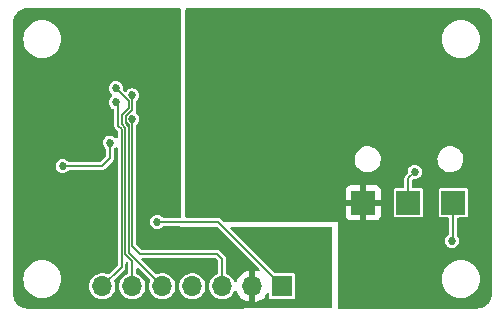
<source format=gbl>
G04 #@! TF.GenerationSoftware,KiCad,Pcbnew,7.0.8*
G04 #@! TF.CreationDate,2023-10-22T22:17:52-07:00*
G04 #@! TF.ProjectId,PCM510xA_I2S_DAC,50434d35-3130-4784-915f-4932535f4441,0.0.2*
G04 #@! TF.SameCoordinates,Original*
G04 #@! TF.FileFunction,Copper,L2,Bot*
G04 #@! TF.FilePolarity,Positive*
%FSLAX46Y46*%
G04 Gerber Fmt 4.6, Leading zero omitted, Abs format (unit mm)*
G04 Created by KiCad (PCBNEW 7.0.8) date 2023-10-22 22:17:52*
%MOMM*%
%LPD*%
G01*
G04 APERTURE LIST*
G04 #@! TA.AperFunction,ComponentPad*
%ADD10R,1.700000X1.700000*%
G04 #@! TD*
G04 #@! TA.AperFunction,ComponentPad*
%ADD11O,1.700000X1.700000*%
G04 #@! TD*
G04 #@! TA.AperFunction,SMDPad,CuDef*
%ADD12R,2.000000X2.000000*%
G04 #@! TD*
G04 #@! TA.AperFunction,ViaPad*
%ADD13C,0.685800*%
G04 #@! TD*
G04 #@! TA.AperFunction,Conductor*
%ADD14C,0.152400*%
G04 #@! TD*
G04 APERTURE END LIST*
D10*
X139700000Y-114665129D03*
D11*
X137160000Y-114665129D03*
X134620000Y-114665129D03*
X132080000Y-114665129D03*
X129540000Y-114665129D03*
X127000000Y-114665129D03*
X124460000Y-114665129D03*
D12*
X154178000Y-107578129D03*
X150368000Y-107578129D03*
X146558000Y-107578129D03*
D13*
X143100000Y-110300000D03*
X124540000Y-111520000D03*
X117800000Y-105000000D03*
X122000000Y-92000000D03*
X118000000Y-96100000D03*
X130200000Y-92000000D03*
X124290000Y-98480000D03*
X122000000Y-115800000D03*
X118000000Y-110800000D03*
X129090000Y-107230000D03*
X143100000Y-115800000D03*
X150901400Y-104987329D03*
X154051000Y-110803929D03*
X121100000Y-104500000D03*
X125100000Y-102500000D03*
X127000000Y-98500000D03*
X125600000Y-97900000D03*
X125600000Y-99100000D03*
X127000000Y-100500000D03*
X150900000Y-115800000D03*
X145400000Y-104900000D03*
X156100000Y-96100000D03*
X150900000Y-92000000D03*
X145400000Y-110300000D03*
X143600000Y-96100000D03*
X145400000Y-115800000D03*
X139600000Y-92000000D03*
X145400000Y-92000000D03*
X139600000Y-104900000D03*
X132300000Y-92000000D03*
X156000000Y-105000000D03*
X156000000Y-110800000D03*
X129100000Y-109200000D03*
D14*
X150368000Y-105520729D02*
X150901400Y-104987329D01*
X150368000Y-107578129D02*
X150368000Y-105520729D01*
X154051000Y-110803929D02*
X154178000Y-110676929D01*
X154178000Y-110676929D02*
X154178000Y-107578129D01*
X123200000Y-104500000D02*
X121200000Y-104500000D01*
X125100000Y-102500000D02*
X125100000Y-103800000D01*
X125100000Y-103800000D02*
X124400000Y-104500000D01*
X124400000Y-104500000D02*
X123200000Y-104500000D01*
X126428500Y-100828500D02*
X126650000Y-101050000D01*
X126428500Y-100500000D02*
X126428500Y-100736724D01*
X126428500Y-100736724D02*
X126695200Y-101003424D01*
X126991776Y-99700000D02*
X126428500Y-100263276D01*
X126428500Y-100500000D02*
X126428500Y-100828500D01*
X126695200Y-101003424D02*
X126695200Y-111820329D01*
X126428500Y-100263276D02*
X126428500Y-100500000D01*
X127000000Y-99700000D02*
X126991776Y-99700000D01*
X127000000Y-98500000D02*
X127000000Y-99700000D01*
X126695200Y-111820329D02*
X129540000Y-114665129D01*
X126390400Y-111946582D02*
X127000000Y-112556182D01*
X126390400Y-101221452D02*
X126390400Y-111946582D01*
X126695200Y-99565524D02*
X126123700Y-100137024D01*
X127000000Y-112556182D02*
X127000000Y-114665129D01*
X125600000Y-97900000D02*
X125600000Y-97908224D01*
X126123700Y-100954752D02*
X126390400Y-101221452D01*
X125600000Y-97908224D02*
X126695200Y-99003424D01*
X126695200Y-99003424D02*
X126695200Y-99565524D01*
X126123700Y-100137024D02*
X126123700Y-100954752D01*
X126085600Y-101347704D02*
X125818900Y-101081004D01*
X125818900Y-101081004D02*
X125818900Y-99318900D01*
X125818900Y-99318900D02*
X125600000Y-99100000D01*
X126085600Y-113039529D02*
X126085600Y-101347704D01*
X124460000Y-114665129D02*
X126085600Y-113039529D01*
X134200000Y-111900000D02*
X127612152Y-111900000D01*
X127000000Y-111287848D02*
X127000000Y-100500000D01*
X127612152Y-111900000D02*
X127000000Y-111287848D01*
X134620000Y-112320000D02*
X134200000Y-111900000D01*
X134620000Y-114665129D02*
X134620000Y-112320000D01*
X139700000Y-114665129D02*
X134234871Y-109200000D01*
X129100000Y-109200000D02*
X129200000Y-109200000D01*
X134234871Y-109200000D02*
X129100000Y-109200000D01*
G04 #@! TA.AperFunction,Conductor*
G36*
X156212255Y-91118651D02*
G01*
X156390899Y-91132714D01*
X156410116Y-91135758D01*
X156493679Y-91155820D01*
X156577246Y-91175884D01*
X156595739Y-91181892D01*
X156754539Y-91247671D01*
X156771871Y-91256502D01*
X156918418Y-91346306D01*
X156934158Y-91357741D01*
X157064853Y-91469363D01*
X157078611Y-91483121D01*
X157190236Y-91613812D01*
X157201672Y-91629552D01*
X157291479Y-91776093D01*
X157300313Y-91793429D01*
X157366090Y-91952213D01*
X157372104Y-91970717D01*
X157411463Y-92134629D01*
X157412236Y-92137846D01*
X157415280Y-92157063D01*
X157429309Y-92335208D01*
X157429500Y-92340058D01*
X157429500Y-115294282D01*
X157429498Y-115294300D01*
X157429499Y-115322699D01*
X157429308Y-115327564D01*
X157415258Y-115506203D01*
X157412215Y-115525423D01*
X157372098Y-115692551D01*
X157366087Y-115711051D01*
X157300317Y-115869847D01*
X157291487Y-115887178D01*
X157201683Y-116033730D01*
X157190246Y-116049473D01*
X157078626Y-116180165D01*
X157064866Y-116193925D01*
X156934171Y-116305548D01*
X156918428Y-116316985D01*
X156771886Y-116406783D01*
X156754548Y-116415617D01*
X156595757Y-116481386D01*
X156577249Y-116487399D01*
X156410124Y-116527515D01*
X156390905Y-116530558D01*
X156212292Y-116544606D01*
X156207425Y-116544797D01*
X156168772Y-116544795D01*
X156168758Y-116544798D01*
X144523000Y-116544798D01*
X144455961Y-116525113D01*
X144410206Y-116472309D01*
X144399000Y-116420798D01*
X144399000Y-114055129D01*
X153207551Y-114055129D01*
X153227317Y-114306280D01*
X153286126Y-114551239D01*
X153382533Y-114783988D01*
X153514160Y-114998782D01*
X153514161Y-114998785D01*
X153514164Y-114998788D01*
X153677776Y-115190353D01*
X153826066Y-115317004D01*
X153869343Y-115353967D01*
X153869346Y-115353968D01*
X154084140Y-115485595D01*
X154316889Y-115582002D01*
X154561852Y-115640812D01*
X154717950Y-115653097D01*
X154750116Y-115655629D01*
X154750118Y-115655629D01*
X154875884Y-115655629D01*
X154905518Y-115653296D01*
X155064148Y-115640812D01*
X155309111Y-115582002D01*
X155541859Y-115485595D01*
X155756659Y-115353965D01*
X155948224Y-115190353D01*
X156111836Y-114998788D01*
X156243466Y-114783988D01*
X156339873Y-114551240D01*
X156398683Y-114306277D01*
X156418449Y-114055129D01*
X156398683Y-113803981D01*
X156339873Y-113559018D01*
X156243466Y-113326270D01*
X156243466Y-113326269D01*
X156111839Y-113111475D01*
X156111838Y-113111472D01*
X156074875Y-113068195D01*
X155948224Y-112919905D01*
X155821571Y-112811733D01*
X155756656Y-112756290D01*
X155756653Y-112756289D01*
X155541859Y-112624662D01*
X155309110Y-112528255D01*
X155064150Y-112469446D01*
X154875884Y-112454629D01*
X154875882Y-112454629D01*
X154750118Y-112454629D01*
X154750116Y-112454629D01*
X154561849Y-112469446D01*
X154316889Y-112528255D01*
X154084140Y-112624662D01*
X153869346Y-112756289D01*
X153869343Y-112756290D01*
X153677776Y-112919905D01*
X153514161Y-113111472D01*
X153514160Y-113111475D01*
X153382533Y-113326269D01*
X153286126Y-113559018D01*
X153227317Y-113803977D01*
X153207551Y-114055129D01*
X144399000Y-114055129D01*
X144399000Y-109229129D01*
X134783042Y-109229129D01*
X134716003Y-109209444D01*
X134695361Y-109192810D01*
X134480840Y-108978289D01*
X134477190Y-108974306D01*
X134450720Y-108942761D01*
X134415067Y-108922176D01*
X134410519Y-108919279D01*
X134376787Y-108895660D01*
X134376785Y-108895659D01*
X134376783Y-108895658D01*
X134372589Y-108893702D01*
X134354075Y-108886033D01*
X134349723Y-108884449D01*
X134309181Y-108877300D01*
X134303899Y-108876129D01*
X134264137Y-108865475D01*
X134231969Y-108868290D01*
X134223122Y-108869064D01*
X134217722Y-108869300D01*
X131615000Y-108869300D01*
X131547961Y-108849615D01*
X131502206Y-108796811D01*
X131491000Y-108745300D01*
X131491000Y-107828129D01*
X145058000Y-107828129D01*
X145058000Y-108625973D01*
X145064401Y-108685501D01*
X145064403Y-108685508D01*
X145114645Y-108820215D01*
X145114649Y-108820222D01*
X145200809Y-108935316D01*
X145200812Y-108935319D01*
X145315906Y-109021479D01*
X145315913Y-109021483D01*
X145450620Y-109071725D01*
X145450627Y-109071727D01*
X145510155Y-109078128D01*
X145510172Y-109078129D01*
X146308000Y-109078129D01*
X146308000Y-107828129D01*
X146808000Y-107828129D01*
X146808000Y-109078129D01*
X147605828Y-109078129D01*
X147605844Y-109078128D01*
X147665372Y-109071727D01*
X147665379Y-109071725D01*
X147800086Y-109021483D01*
X147800093Y-109021479D01*
X147915187Y-108935319D01*
X147915190Y-108935316D01*
X148001350Y-108820222D01*
X148001354Y-108820215D01*
X148051596Y-108685508D01*
X148051598Y-108685501D01*
X148057999Y-108625973D01*
X148058000Y-108625956D01*
X148058000Y-108603192D01*
X149113500Y-108603192D01*
X149128266Y-108677430D01*
X149184515Y-108761613D01*
X149218234Y-108784143D01*
X149268699Y-108817863D01*
X149268702Y-108817863D01*
X149268703Y-108817864D01*
X149293666Y-108822829D01*
X149342933Y-108832629D01*
X151393066Y-108832628D01*
X151467301Y-108817863D01*
X151551484Y-108761613D01*
X151607734Y-108677430D01*
X151622500Y-108603196D01*
X151622500Y-108603192D01*
X152923500Y-108603192D01*
X152938266Y-108677430D01*
X152994515Y-108761613D01*
X153028234Y-108784143D01*
X153078699Y-108817863D01*
X153078702Y-108817863D01*
X153078703Y-108817864D01*
X153103666Y-108822829D01*
X153152933Y-108832629D01*
X153723300Y-108832628D01*
X153790339Y-108852312D01*
X153836094Y-108905116D01*
X153847300Y-108956628D01*
X153847300Y-110158828D01*
X153827615Y-110225867D01*
X153774811Y-110271622D01*
X153770755Y-110273388D01*
X153749724Y-110282099D01*
X153624929Y-110377858D01*
X153529171Y-110502652D01*
X153468978Y-110647972D01*
X153468977Y-110647976D01*
X153448445Y-110803929D01*
X153458726Y-110882023D01*
X153468977Y-110959881D01*
X153468978Y-110959885D01*
X153529170Y-111105204D01*
X153529171Y-111105206D01*
X153529172Y-111105207D01*
X153624929Y-111230000D01*
X153749722Y-111325757D01*
X153895047Y-111385952D01*
X154032855Y-111404095D01*
X154050999Y-111406484D01*
X154051000Y-111406484D01*
X154051001Y-111406484D01*
X154067253Y-111404344D01*
X154206953Y-111385952D01*
X154352278Y-111325757D01*
X154477071Y-111230000D01*
X154572828Y-111105207D01*
X154633023Y-110959882D01*
X154653555Y-110803929D01*
X154633023Y-110647976D01*
X154572828Y-110502652D01*
X154534323Y-110452470D01*
X154509130Y-110387301D01*
X154508700Y-110376985D01*
X154508700Y-108956628D01*
X154528385Y-108889589D01*
X154581189Y-108843834D01*
X154632700Y-108832628D01*
X155203064Y-108832628D01*
X155203066Y-108832628D01*
X155277301Y-108817863D01*
X155361484Y-108761613D01*
X155417734Y-108677430D01*
X155432500Y-108603196D01*
X155432499Y-106553063D01*
X155417734Y-106478828D01*
X155399068Y-106450894D01*
X155361484Y-106394644D01*
X155311019Y-106360925D01*
X155277301Y-106338395D01*
X155277299Y-106338394D01*
X155277296Y-106338393D01*
X155203069Y-106323629D01*
X153152936Y-106323629D01*
X153078698Y-106338395D01*
X152994515Y-106394644D01*
X152938266Y-106478828D01*
X152938264Y-106478832D01*
X152923500Y-106553057D01*
X152923500Y-108603192D01*
X151622500Y-108603192D01*
X151622499Y-106553063D01*
X151607734Y-106478828D01*
X151589068Y-106450894D01*
X151551484Y-106394644D01*
X151501019Y-106360925D01*
X151467301Y-106338395D01*
X151467299Y-106338394D01*
X151467296Y-106338393D01*
X151393071Y-106323629D01*
X151393067Y-106323629D01*
X150822700Y-106323629D01*
X150755661Y-106303944D01*
X150709906Y-106251140D01*
X150698700Y-106199629D01*
X150698700Y-105709071D01*
X150718385Y-105642032D01*
X150735019Y-105621390D01*
X150738977Y-105617432D01*
X150800300Y-105583947D01*
X150842841Y-105582174D01*
X150901400Y-105589884D01*
X151057353Y-105569352D01*
X151202678Y-105509157D01*
X151327471Y-105413400D01*
X151423228Y-105288607D01*
X151483423Y-105143282D01*
X151503955Y-104987329D01*
X151503076Y-104980656D01*
X151489527Y-104877742D01*
X151483423Y-104831376D01*
X151423228Y-104686052D01*
X151327471Y-104561258D01*
X151202678Y-104465501D01*
X151202677Y-104465500D01*
X151202675Y-104465499D01*
X151057356Y-104405307D01*
X151057354Y-104405306D01*
X151057353Y-104405306D01*
X150979376Y-104395040D01*
X150901401Y-104384774D01*
X150901399Y-104384774D01*
X150745447Y-104405306D01*
X150745443Y-104405307D01*
X150600123Y-104465500D01*
X150475329Y-104561258D01*
X150379571Y-104686052D01*
X150319378Y-104831372D01*
X150319377Y-104831376D01*
X150298845Y-104987328D01*
X150298845Y-104987329D01*
X150306554Y-105045884D01*
X150295789Y-105114920D01*
X150271296Y-105149751D01*
X150146287Y-105274761D01*
X150142298Y-105278416D01*
X150110765Y-105304876D01*
X150110758Y-105304883D01*
X150090177Y-105340529D01*
X150087272Y-105345090D01*
X150063659Y-105378813D01*
X150061706Y-105383000D01*
X150054025Y-105401547D01*
X150052447Y-105405882D01*
X150045300Y-105446418D01*
X150044129Y-105451701D01*
X150033475Y-105491461D01*
X150037064Y-105532471D01*
X150037300Y-105537878D01*
X150037300Y-106199629D01*
X150017615Y-106266668D01*
X149964811Y-106312423D01*
X149913300Y-106323629D01*
X149342936Y-106323629D01*
X149268698Y-106338395D01*
X149184515Y-106394644D01*
X149128266Y-106478828D01*
X149128264Y-106478832D01*
X149113500Y-106553057D01*
X149113500Y-108603192D01*
X148058000Y-108603192D01*
X148058000Y-107828129D01*
X146808000Y-107828129D01*
X146308000Y-107828129D01*
X145058000Y-107828129D01*
X131491000Y-107828129D01*
X131491000Y-107328129D01*
X145058000Y-107328129D01*
X146308000Y-107328129D01*
X146308000Y-106078129D01*
X146808000Y-106078129D01*
X146808000Y-107328129D01*
X148058000Y-107328129D01*
X148058000Y-106530301D01*
X148057999Y-106530284D01*
X148051598Y-106470756D01*
X148051596Y-106470749D01*
X148001354Y-106336042D01*
X148001350Y-106336035D01*
X147915190Y-106220941D01*
X147915187Y-106220938D01*
X147800093Y-106134778D01*
X147800086Y-106134774D01*
X147665379Y-106084532D01*
X147665372Y-106084530D01*
X147605844Y-106078129D01*
X146808000Y-106078129D01*
X146308000Y-106078129D01*
X145510155Y-106078129D01*
X145450627Y-106084530D01*
X145450620Y-106084532D01*
X145315913Y-106134774D01*
X145315906Y-106134778D01*
X145200812Y-106220938D01*
X145200809Y-106220941D01*
X145114649Y-106336035D01*
X145114645Y-106336042D01*
X145064403Y-106470749D01*
X145064401Y-106470756D01*
X145058000Y-106530284D01*
X145058000Y-107328129D01*
X131491000Y-107328129D01*
X131491000Y-103842530D01*
X145830746Y-103842530D01*
X145840745Y-104052456D01*
X145890296Y-104256707D01*
X145890298Y-104256711D01*
X145977598Y-104447872D01*
X145977601Y-104447877D01*
X145977602Y-104447879D01*
X145977604Y-104447882D01*
X146099514Y-104619081D01*
X146099515Y-104619082D01*
X146099520Y-104619088D01*
X146251620Y-104764114D01*
X146392797Y-104854843D01*
X146428428Y-104877742D01*
X146623543Y-104955854D01*
X146726729Y-104975741D01*
X146829914Y-104995629D01*
X146829915Y-104995629D01*
X146987419Y-104995629D01*
X146987425Y-104995629D01*
X147144218Y-104980657D01*
X147345875Y-104921445D01*
X147532682Y-104825140D01*
X147697886Y-104695221D01*
X147835519Y-104536385D01*
X147940604Y-104354373D01*
X148009344Y-104155762D01*
X148039254Y-103947731D01*
X148034243Y-103842530D01*
X152830746Y-103842530D01*
X152840745Y-104052456D01*
X152890296Y-104256707D01*
X152890298Y-104256711D01*
X152977598Y-104447872D01*
X152977601Y-104447877D01*
X152977602Y-104447879D01*
X152977604Y-104447882D01*
X153099514Y-104619081D01*
X153099515Y-104619082D01*
X153099520Y-104619088D01*
X153251620Y-104764114D01*
X153392797Y-104854843D01*
X153428428Y-104877742D01*
X153623543Y-104955854D01*
X153726729Y-104975741D01*
X153829914Y-104995629D01*
X153829915Y-104995629D01*
X153987419Y-104995629D01*
X153987425Y-104995629D01*
X154144218Y-104980657D01*
X154345875Y-104921445D01*
X154532682Y-104825140D01*
X154697886Y-104695221D01*
X154835519Y-104536385D01*
X154940604Y-104354373D01*
X155009344Y-104155762D01*
X155039254Y-103947731D01*
X155029254Y-103737799D01*
X154979704Y-103533553D01*
X154979701Y-103533546D01*
X154892401Y-103342385D01*
X154892398Y-103342380D01*
X154892397Y-103342379D01*
X154892396Y-103342376D01*
X154770486Y-103171177D01*
X154770484Y-103171175D01*
X154770479Y-103171169D01*
X154618379Y-103026143D01*
X154441574Y-102912517D01*
X154246455Y-102834403D01*
X154040086Y-102794629D01*
X154040085Y-102794629D01*
X153882575Y-102794629D01*
X153725782Y-102809601D01*
X153725778Y-102809602D01*
X153524127Y-102868812D01*
X153337313Y-102965120D01*
X153172116Y-103095034D01*
X153172112Y-103095038D01*
X153034478Y-103253875D01*
X152929398Y-103435879D01*
X152860656Y-103634494D01*
X152860656Y-103634496D01*
X152845804Y-103737799D01*
X152830746Y-103842530D01*
X148034243Y-103842530D01*
X148029254Y-103737799D01*
X147979704Y-103533553D01*
X147979701Y-103533546D01*
X147892401Y-103342385D01*
X147892398Y-103342380D01*
X147892397Y-103342379D01*
X147892396Y-103342376D01*
X147770486Y-103171177D01*
X147770484Y-103171175D01*
X147770479Y-103171169D01*
X147618379Y-103026143D01*
X147441574Y-102912517D01*
X147246455Y-102834403D01*
X147040086Y-102794629D01*
X147040085Y-102794629D01*
X146882575Y-102794629D01*
X146725782Y-102809601D01*
X146725778Y-102809602D01*
X146524127Y-102868812D01*
X146337313Y-102965120D01*
X146172116Y-103095034D01*
X146172112Y-103095038D01*
X146034478Y-103253875D01*
X145929398Y-103435879D01*
X145860656Y-103634494D01*
X145860656Y-103634496D01*
X145845804Y-103737799D01*
X145830746Y-103842530D01*
X131491000Y-103842530D01*
X131491000Y-93735129D01*
X153207551Y-93735129D01*
X153227317Y-93986280D01*
X153286126Y-94231239D01*
X153382533Y-94463988D01*
X153514160Y-94678782D01*
X153514161Y-94678785D01*
X153514164Y-94678788D01*
X153677776Y-94870353D01*
X153826066Y-94997004D01*
X153869343Y-95033967D01*
X153869346Y-95033968D01*
X154084140Y-95165595D01*
X154316889Y-95262002D01*
X154561852Y-95320812D01*
X154717950Y-95333097D01*
X154750116Y-95335629D01*
X154750118Y-95335629D01*
X154875884Y-95335629D01*
X154905518Y-95333296D01*
X155064148Y-95320812D01*
X155309111Y-95262002D01*
X155541859Y-95165595D01*
X155756659Y-95033965D01*
X155948224Y-94870353D01*
X156111836Y-94678788D01*
X156243466Y-94463988D01*
X156339873Y-94231240D01*
X156398683Y-93986277D01*
X156418449Y-93735129D01*
X156398683Y-93483981D01*
X156339873Y-93239018D01*
X156243466Y-93006270D01*
X156243466Y-93006269D01*
X156111839Y-92791475D01*
X156111838Y-92791472D01*
X156074875Y-92748195D01*
X155948224Y-92599905D01*
X155821571Y-92491733D01*
X155756656Y-92436290D01*
X155756653Y-92436289D01*
X155541859Y-92304662D01*
X155309110Y-92208255D01*
X155064150Y-92149446D01*
X154875884Y-92134629D01*
X154875882Y-92134629D01*
X154750118Y-92134629D01*
X154750116Y-92134629D01*
X154561849Y-92149446D01*
X154316889Y-92208255D01*
X154084140Y-92304662D01*
X153869346Y-92436289D01*
X153869343Y-92436290D01*
X153677776Y-92599905D01*
X153514161Y-92791472D01*
X153514160Y-92791475D01*
X153382533Y-93006269D01*
X153286126Y-93239018D01*
X153227317Y-93483977D01*
X153207551Y-93735129D01*
X131491000Y-93735129D01*
X131491000Y-91242460D01*
X131510685Y-91175421D01*
X131563489Y-91129666D01*
X131615000Y-91118460D01*
X156193421Y-91118460D01*
X156207388Y-91118460D01*
X156212255Y-91118651D01*
G37*
G04 #@! TD.AperFunction*
G04 #@! TA.AperFunction,Conductor*
G36*
X131053039Y-91138145D02*
G01*
X131098794Y-91190949D01*
X131110000Y-91242460D01*
X131110000Y-108745300D01*
X131090315Y-108812339D01*
X131037511Y-108858094D01*
X130986000Y-108869300D01*
X129660401Y-108869300D01*
X129593362Y-108849615D01*
X129562025Y-108820786D01*
X129526072Y-108773930D01*
X129401275Y-108678170D01*
X129255956Y-108617978D01*
X129255954Y-108617977D01*
X129255953Y-108617977D01*
X129177976Y-108607711D01*
X129100001Y-108597445D01*
X129099999Y-108597445D01*
X128944047Y-108617977D01*
X128944043Y-108617978D01*
X128798723Y-108678171D01*
X128673929Y-108773929D01*
X128578171Y-108898723D01*
X128517978Y-109044043D01*
X128517977Y-109044047D01*
X128497445Y-109199999D01*
X128497445Y-109200000D01*
X128517977Y-109355952D01*
X128517978Y-109355956D01*
X128578170Y-109501275D01*
X128578171Y-109501277D01*
X128578172Y-109501278D01*
X128673929Y-109626071D01*
X128798722Y-109721828D01*
X128798723Y-109721828D01*
X128798724Y-109721829D01*
X128847163Y-109741893D01*
X128944047Y-109782023D01*
X129081855Y-109800166D01*
X129099999Y-109802555D01*
X129100000Y-109802555D01*
X129100001Y-109802555D01*
X129116253Y-109800415D01*
X129255953Y-109782023D01*
X129401278Y-109721828D01*
X129526071Y-109626071D01*
X129562027Y-109579213D01*
X129618455Y-109538010D01*
X129660402Y-109530700D01*
X130986000Y-109530700D01*
X131053039Y-109550385D01*
X131073496Y-109573994D01*
X131073681Y-109573810D01*
X131110000Y-109610129D01*
X134125958Y-109610129D01*
X134192997Y-109629814D01*
X134213639Y-109646448D01*
X137755317Y-113188126D01*
X137788802Y-113249449D01*
X137783818Y-113319141D01*
X137741946Y-113375074D01*
X137676482Y-113399491D01*
X137628792Y-113392827D01*
X137628720Y-113393099D01*
X137626522Y-113392510D01*
X137625226Y-113392329D01*
X137623494Y-113391698D01*
X137410000Y-113334493D01*
X137410000Y-114229627D01*
X137302315Y-114180449D01*
X137195763Y-114165129D01*
X137124237Y-114165129D01*
X137017685Y-114180449D01*
X136910000Y-114229627D01*
X136910000Y-113334493D01*
X136909999Y-113334493D01*
X136696513Y-113391696D01*
X136696507Y-113391699D01*
X136482422Y-113491528D01*
X136482420Y-113491529D01*
X136288926Y-113627015D01*
X136288920Y-113627020D01*
X136121891Y-113794049D01*
X136121886Y-113794055D01*
X135986400Y-113987549D01*
X135986399Y-113987551D01*
X135886570Y-114201636D01*
X135886564Y-114201651D01*
X135879154Y-114229306D01*
X135842788Y-114288966D01*
X135779941Y-114319494D01*
X135710566Y-114311199D01*
X135656688Y-114266712D01*
X135648380Y-114252483D01*
X135642252Y-114240177D01*
X135563088Y-114081194D01*
X135439732Y-113917844D01*
X135439730Y-113917841D01*
X135288463Y-113779944D01*
X135288462Y-113779943D01*
X135184913Y-113715828D01*
X135114428Y-113672185D01*
X135029905Y-113639440D01*
X134974504Y-113596867D01*
X134950914Y-113531099D01*
X134950700Y-113523814D01*
X134950700Y-112337149D01*
X134950936Y-112331743D01*
X134954524Y-112290734D01*
X134948169Y-112267019D01*
X134943868Y-112250969D01*
X134942700Y-112245699D01*
X134940111Y-112231016D01*
X134935551Y-112205149D01*
X134935550Y-112205147D01*
X134933965Y-112200794D01*
X134926298Y-112182283D01*
X134924340Y-112178085D01*
X134924340Y-112178084D01*
X134900727Y-112144360D01*
X134897820Y-112139798D01*
X134877239Y-112104151D01*
X134845704Y-112077690D01*
X134841715Y-112074034D01*
X134445968Y-111678288D01*
X134442312Y-111674298D01*
X134415849Y-111642761D01*
X134380196Y-111622176D01*
X134375648Y-111619279D01*
X134341916Y-111595660D01*
X134341914Y-111595659D01*
X134341912Y-111595658D01*
X134337718Y-111593702D01*
X134319204Y-111586033D01*
X134314852Y-111584449D01*
X134274310Y-111577300D01*
X134269028Y-111576129D01*
X134229266Y-111565475D01*
X134197098Y-111568290D01*
X134188251Y-111569064D01*
X134182851Y-111569300D01*
X127800495Y-111569300D01*
X127733456Y-111549615D01*
X127712814Y-111532981D01*
X127367019Y-111187186D01*
X127333534Y-111125863D01*
X127330700Y-111099505D01*
X127330700Y-101060401D01*
X127350385Y-100993362D01*
X127379214Y-100962025D01*
X127426071Y-100926071D01*
X127521828Y-100801278D01*
X127582023Y-100655953D01*
X127602555Y-100500000D01*
X127582023Y-100344047D01*
X127521828Y-100198723D01*
X127426071Y-100073929D01*
X127333853Y-100003168D01*
X127292653Y-99946742D01*
X127288498Y-99876996D01*
X127292817Y-99862393D01*
X127297151Y-99850485D01*
X127306285Y-99830899D01*
X127315551Y-99814851D01*
X127318769Y-99796598D01*
X127324365Y-99775715D01*
X127330699Y-99758313D01*
X127330700Y-99758310D01*
X127330700Y-99060401D01*
X127350385Y-98993362D01*
X127379214Y-98962025D01*
X127426071Y-98926071D01*
X127521828Y-98801278D01*
X127582023Y-98655953D01*
X127602555Y-98500000D01*
X127582023Y-98344047D01*
X127521828Y-98198723D01*
X127426071Y-98073929D01*
X127301278Y-97978172D01*
X127301277Y-97978171D01*
X127301275Y-97978170D01*
X127155956Y-97917978D01*
X127155954Y-97917977D01*
X127155953Y-97917977D01*
X127077976Y-97907711D01*
X127000001Y-97897445D01*
X126999999Y-97897445D01*
X126844047Y-97917977D01*
X126844043Y-97917978D01*
X126698723Y-97978171D01*
X126573930Y-98073927D01*
X126512150Y-98154442D01*
X126455722Y-98195644D01*
X126385976Y-98199799D01*
X126326093Y-98166636D01*
X126229147Y-98069690D01*
X126195662Y-98008367D01*
X126193889Y-97965823D01*
X126202555Y-97900000D01*
X126202555Y-97899999D01*
X126200166Y-97881855D01*
X126182023Y-97744047D01*
X126121828Y-97598723D01*
X126026071Y-97473929D01*
X125901278Y-97378172D01*
X125901277Y-97378171D01*
X125901275Y-97378170D01*
X125755956Y-97317978D01*
X125755954Y-97317977D01*
X125755953Y-97317977D01*
X125677976Y-97307711D01*
X125600001Y-97297445D01*
X125599999Y-97297445D01*
X125444047Y-97317977D01*
X125444043Y-97317978D01*
X125298723Y-97378171D01*
X125173929Y-97473929D01*
X125078171Y-97598723D01*
X125017978Y-97744043D01*
X125017977Y-97744047D01*
X124997445Y-97900000D01*
X125007736Y-97978170D01*
X125017977Y-98055952D01*
X125017978Y-98055956D01*
X125078170Y-98201275D01*
X125078171Y-98201277D01*
X125078172Y-98201278D01*
X125173929Y-98326071D01*
X125197351Y-98344043D01*
X125272392Y-98401625D01*
X125313594Y-98458053D01*
X125317749Y-98527799D01*
X125283536Y-98588719D01*
X125272392Y-98598375D01*
X125173929Y-98673928D01*
X125078171Y-98798723D01*
X125017978Y-98944043D01*
X125017977Y-98944047D01*
X124997445Y-99099999D01*
X124997445Y-99100000D01*
X125017977Y-99255952D01*
X125017978Y-99255956D01*
X125078170Y-99401275D01*
X125078171Y-99401277D01*
X125078172Y-99401278D01*
X125173929Y-99526071D01*
X125298722Y-99621828D01*
X125298723Y-99621828D01*
X125298724Y-99621829D01*
X125411652Y-99668605D01*
X125466056Y-99712446D01*
X125488121Y-99778740D01*
X125488200Y-99783166D01*
X125488200Y-101063853D01*
X125487964Y-101069259D01*
X125484375Y-101110271D01*
X125495029Y-101150032D01*
X125496200Y-101155314D01*
X125503349Y-101195856D01*
X125504933Y-101200208D01*
X125512602Y-101218722D01*
X125514558Y-101222916D01*
X125514559Y-101222918D01*
X125514560Y-101222920D01*
X125538179Y-101256652D01*
X125541080Y-101261206D01*
X125561661Y-101296853D01*
X125593198Y-101323316D01*
X125597188Y-101326972D01*
X125718581Y-101448365D01*
X125752066Y-101509688D01*
X125754900Y-101536046D01*
X125754900Y-102006853D01*
X125735215Y-102073892D01*
X125682411Y-102119647D01*
X125613253Y-102129591D01*
X125549697Y-102100566D01*
X125532529Y-102082345D01*
X125526071Y-102073929D01*
X125401278Y-101978172D01*
X125401277Y-101978171D01*
X125401275Y-101978170D01*
X125255956Y-101917978D01*
X125255954Y-101917977D01*
X125255953Y-101917977D01*
X125177976Y-101907711D01*
X125100001Y-101897445D01*
X125099999Y-101897445D01*
X124944047Y-101917977D01*
X124944043Y-101917978D01*
X124798723Y-101978171D01*
X124673929Y-102073929D01*
X124578171Y-102198723D01*
X124517978Y-102344043D01*
X124517977Y-102344047D01*
X124497445Y-102499999D01*
X124497445Y-102500000D01*
X124517977Y-102655952D01*
X124517978Y-102655956D01*
X124578170Y-102801275D01*
X124578171Y-102801277D01*
X124578172Y-102801278D01*
X124673928Y-102926070D01*
X124673930Y-102926072D01*
X124720786Y-102962025D01*
X124761989Y-103018453D01*
X124769300Y-103060401D01*
X124769300Y-103611658D01*
X124749615Y-103678697D01*
X124732981Y-103699339D01*
X124299339Y-104132981D01*
X124238016Y-104166466D01*
X124211658Y-104169300D01*
X121660401Y-104169300D01*
X121593362Y-104149615D01*
X121562025Y-104120786D01*
X121526072Y-104073930D01*
X121489634Y-104045970D01*
X121401278Y-103978172D01*
X121401277Y-103978171D01*
X121401275Y-103978170D01*
X121255956Y-103917978D01*
X121255954Y-103917977D01*
X121255953Y-103917977D01*
X121177976Y-103907711D01*
X121100001Y-103897445D01*
X121099999Y-103897445D01*
X120944047Y-103917977D01*
X120944043Y-103917978D01*
X120798723Y-103978171D01*
X120673929Y-104073929D01*
X120578171Y-104198723D01*
X120517978Y-104344043D01*
X120517977Y-104344047D01*
X120497445Y-104499999D01*
X120497445Y-104500000D01*
X120517977Y-104655952D01*
X120517978Y-104655956D01*
X120578170Y-104801275D01*
X120578171Y-104801277D01*
X120578172Y-104801278D01*
X120673929Y-104926071D01*
X120798722Y-105021828D01*
X120944047Y-105082023D01*
X121081855Y-105100166D01*
X121099999Y-105102555D01*
X121100000Y-105102555D01*
X121100001Y-105102555D01*
X121116253Y-105100415D01*
X121255953Y-105082023D01*
X121401278Y-105021828D01*
X121526071Y-104926071D01*
X121562027Y-104879213D01*
X121618455Y-104838010D01*
X121660402Y-104830700D01*
X123171065Y-104830700D01*
X124382851Y-104830700D01*
X124388252Y-104830935D01*
X124429267Y-104834524D01*
X124469037Y-104823866D01*
X124474297Y-104822700D01*
X124514851Y-104815551D01*
X124514855Y-104815548D01*
X124519248Y-104813950D01*
X124537662Y-104806322D01*
X124541910Y-104804341D01*
X124541916Y-104804340D01*
X124575642Y-104780723D01*
X124580190Y-104777825D01*
X124615849Y-104757239D01*
X124642319Y-104725691D01*
X124645959Y-104721719D01*
X125321719Y-104045959D01*
X125325691Y-104042319D01*
X125357239Y-104015849D01*
X125377823Y-103980194D01*
X125380715Y-103975654D01*
X125404340Y-103941917D01*
X125404341Y-103941911D01*
X125406314Y-103937681D01*
X125413950Y-103919248D01*
X125415546Y-103914858D01*
X125415551Y-103914851D01*
X125422703Y-103874280D01*
X125423865Y-103869038D01*
X125434523Y-103829267D01*
X125430935Y-103788264D01*
X125430700Y-103782861D01*
X125430700Y-103060401D01*
X125450385Y-102993362D01*
X125479214Y-102962025D01*
X125526071Y-102926071D01*
X125532523Y-102917661D01*
X125588949Y-102876458D01*
X125658694Y-102872301D01*
X125719616Y-102906512D01*
X125752371Y-102968228D01*
X125754900Y-102993146D01*
X125754900Y-112851185D01*
X125735215Y-112918224D01*
X125718581Y-112938866D01*
X125033785Y-113623661D01*
X124972462Y-113657146D01*
X124902770Y-113652162D01*
X124901310Y-113651607D01*
X124763559Y-113598242D01*
X124763558Y-113598241D01*
X124763556Y-113598241D01*
X124562347Y-113560629D01*
X124357653Y-113560629D01*
X124156444Y-113598241D01*
X124156441Y-113598241D01*
X124156441Y-113598242D01*
X123965575Y-113672183D01*
X123965569Y-113672186D01*
X123791539Y-113779941D01*
X123791537Y-113779943D01*
X123640269Y-113917841D01*
X123516912Y-114081193D01*
X123425673Y-114264424D01*
X123369654Y-114461312D01*
X123350768Y-114665128D01*
X123350768Y-114665129D01*
X123369654Y-114868945D01*
X123369654Y-114868947D01*
X123369655Y-114868950D01*
X123406596Y-114998785D01*
X123425673Y-115065833D01*
X123516912Y-115249064D01*
X123640269Y-115412416D01*
X123791537Y-115550314D01*
X123791539Y-115550316D01*
X123965569Y-115658071D01*
X123965575Y-115658074D01*
X124006010Y-115673738D01*
X124156444Y-115732017D01*
X124357653Y-115769629D01*
X124357656Y-115769629D01*
X124562344Y-115769629D01*
X124562347Y-115769629D01*
X124763556Y-115732017D01*
X124954427Y-115658073D01*
X125128462Y-115550315D01*
X125279732Y-115412414D01*
X125403088Y-115249064D01*
X125494328Y-115065830D01*
X125550345Y-114868950D01*
X125569232Y-114665129D01*
X125550345Y-114461308D01*
X125494328Y-114264428D01*
X125478931Y-114233506D01*
X125466671Y-114164725D01*
X125493544Y-114100230D01*
X125502241Y-114090567D01*
X126307337Y-113285471D01*
X126311286Y-113281853D01*
X126342839Y-113255378D01*
X126363422Y-113219726D01*
X126366323Y-113215173D01*
X126389940Y-113181445D01*
X126389941Y-113181439D01*
X126391922Y-113177193D01*
X126399550Y-113158777D01*
X126401148Y-113154384D01*
X126401151Y-113154380D01*
X126408300Y-113113826D01*
X126409466Y-113108566D01*
X126420124Y-113068796D01*
X126416535Y-113027781D01*
X126416300Y-113022378D01*
X126416300Y-112739524D01*
X126435985Y-112672485D01*
X126488789Y-112626730D01*
X126557947Y-112616786D01*
X126621503Y-112645811D01*
X126627981Y-112651843D01*
X126632981Y-112656843D01*
X126666466Y-112718166D01*
X126669300Y-112744524D01*
X126669300Y-113523814D01*
X126649615Y-113590853D01*
X126596811Y-113636608D01*
X126590095Y-113639440D01*
X126505571Y-113672185D01*
X126331536Y-113779944D01*
X126180269Y-113917841D01*
X126056912Y-114081193D01*
X125965673Y-114264424D01*
X125909654Y-114461312D01*
X125890768Y-114665128D01*
X125890768Y-114665129D01*
X125909654Y-114868945D01*
X125909654Y-114868947D01*
X125909655Y-114868950D01*
X125946596Y-114998785D01*
X125965673Y-115065833D01*
X126056912Y-115249064D01*
X126180269Y-115412416D01*
X126331537Y-115550314D01*
X126331539Y-115550316D01*
X126505569Y-115658071D01*
X126505575Y-115658074D01*
X126546010Y-115673738D01*
X126696444Y-115732017D01*
X126897653Y-115769629D01*
X126897656Y-115769629D01*
X127102344Y-115769629D01*
X127102347Y-115769629D01*
X127303556Y-115732017D01*
X127494427Y-115658073D01*
X127668462Y-115550315D01*
X127819732Y-115412414D01*
X127943088Y-115249064D01*
X128034328Y-115065830D01*
X128090345Y-114868950D01*
X128109232Y-114665129D01*
X128090345Y-114461308D01*
X128034328Y-114264428D01*
X127943088Y-114081194D01*
X127819732Y-113917844D01*
X127819730Y-113917841D01*
X127668463Y-113779944D01*
X127668462Y-113779943D01*
X127564913Y-113715828D01*
X127494428Y-113672185D01*
X127409905Y-113639440D01*
X127354504Y-113596867D01*
X127330914Y-113531099D01*
X127330700Y-113523814D01*
X127330700Y-113222871D01*
X127350385Y-113155832D01*
X127403189Y-113110077D01*
X127472347Y-113100133D01*
X127535903Y-113129158D01*
X127542378Y-113135187D01*
X128030851Y-113623661D01*
X128497747Y-114090557D01*
X128531232Y-114151880D01*
X128526248Y-114221572D01*
X128521068Y-114233506D01*
X128505674Y-114264422D01*
X128505671Y-114264429D01*
X128449654Y-114461312D01*
X128430768Y-114665128D01*
X128430768Y-114665129D01*
X128449654Y-114868945D01*
X128449654Y-114868947D01*
X128449655Y-114868950D01*
X128486596Y-114998785D01*
X128505673Y-115065833D01*
X128596912Y-115249064D01*
X128720269Y-115412416D01*
X128871537Y-115550314D01*
X128871539Y-115550316D01*
X129045569Y-115658071D01*
X129045575Y-115658074D01*
X129086010Y-115673738D01*
X129236444Y-115732017D01*
X129437653Y-115769629D01*
X129437656Y-115769629D01*
X129642344Y-115769629D01*
X129642347Y-115769629D01*
X129843556Y-115732017D01*
X130034427Y-115658073D01*
X130208462Y-115550315D01*
X130359732Y-115412414D01*
X130483088Y-115249064D01*
X130574328Y-115065830D01*
X130630345Y-114868950D01*
X130649232Y-114665129D01*
X130970768Y-114665129D01*
X130989654Y-114868945D01*
X130989654Y-114868947D01*
X130989655Y-114868950D01*
X131026596Y-114998785D01*
X131045673Y-115065833D01*
X131136912Y-115249064D01*
X131260269Y-115412416D01*
X131411537Y-115550314D01*
X131411539Y-115550316D01*
X131585569Y-115658071D01*
X131585575Y-115658074D01*
X131626010Y-115673738D01*
X131776444Y-115732017D01*
X131977653Y-115769629D01*
X131977656Y-115769629D01*
X132182344Y-115769629D01*
X132182347Y-115769629D01*
X132383556Y-115732017D01*
X132574427Y-115658073D01*
X132748462Y-115550315D01*
X132899732Y-115412414D01*
X133023088Y-115249064D01*
X133114328Y-115065830D01*
X133170345Y-114868950D01*
X133189232Y-114665129D01*
X133170345Y-114461308D01*
X133114328Y-114264428D01*
X133023088Y-114081194D01*
X132899732Y-113917844D01*
X132899730Y-113917841D01*
X132748462Y-113779943D01*
X132748460Y-113779941D01*
X132574430Y-113672186D01*
X132574424Y-113672183D01*
X132383561Y-113598243D01*
X132383556Y-113598241D01*
X132182347Y-113560629D01*
X131977653Y-113560629D01*
X131776444Y-113598241D01*
X131776441Y-113598241D01*
X131776441Y-113598242D01*
X131585575Y-113672183D01*
X131585569Y-113672186D01*
X131411539Y-113779941D01*
X131411537Y-113779943D01*
X131260269Y-113917841D01*
X131136912Y-114081193D01*
X131045673Y-114264424D01*
X130989654Y-114461312D01*
X130970768Y-114665128D01*
X130970768Y-114665129D01*
X130649232Y-114665129D01*
X130630345Y-114461308D01*
X130574328Y-114264428D01*
X130483088Y-114081194D01*
X130359732Y-113917844D01*
X130359730Y-113917841D01*
X130208462Y-113779943D01*
X130208460Y-113779941D01*
X130034430Y-113672186D01*
X130034424Y-113672183D01*
X129843561Y-113598243D01*
X129843556Y-113598241D01*
X129642347Y-113560629D01*
X129437653Y-113560629D01*
X129236444Y-113598241D01*
X129236441Y-113598241D01*
X129236436Y-113598243D01*
X129098689Y-113651607D01*
X129029066Y-113657470D01*
X128967326Y-113624760D01*
X128966214Y-113623662D01*
X128411344Y-113068792D01*
X127784931Y-112442380D01*
X127751447Y-112381058D01*
X127756431Y-112311366D01*
X127798303Y-112255433D01*
X127863767Y-112231016D01*
X127872613Y-112230700D01*
X134011658Y-112230700D01*
X134078697Y-112250385D01*
X134099339Y-112267019D01*
X134252981Y-112420661D01*
X134286466Y-112481984D01*
X134289300Y-112508342D01*
X134289300Y-113523814D01*
X134269615Y-113590853D01*
X134216811Y-113636608D01*
X134210095Y-113639440D01*
X134125571Y-113672185D01*
X133951536Y-113779944D01*
X133800269Y-113917841D01*
X133676912Y-114081193D01*
X133585673Y-114264424D01*
X133529654Y-114461312D01*
X133510768Y-114665128D01*
X133510768Y-114665129D01*
X133529654Y-114868945D01*
X133529654Y-114868947D01*
X133529655Y-114868950D01*
X133566596Y-114998785D01*
X133585673Y-115065833D01*
X133676912Y-115249064D01*
X133800269Y-115412416D01*
X133951537Y-115550314D01*
X133951539Y-115550316D01*
X134125569Y-115658071D01*
X134125575Y-115658074D01*
X134166010Y-115673738D01*
X134316444Y-115732017D01*
X134517653Y-115769629D01*
X134517656Y-115769629D01*
X134722344Y-115769629D01*
X134722347Y-115769629D01*
X134923556Y-115732017D01*
X135114427Y-115658073D01*
X135288462Y-115550315D01*
X135439732Y-115412414D01*
X135563088Y-115249064D01*
X135648380Y-115077774D01*
X135695883Y-115026537D01*
X135763545Y-115009116D01*
X135829886Y-115031041D01*
X135873841Y-115085353D01*
X135879155Y-115100952D01*
X135886567Y-115128614D01*
X135886570Y-115128621D01*
X135986399Y-115342707D01*
X136121894Y-115536211D01*
X136288917Y-115703234D01*
X136482421Y-115838729D01*
X136696507Y-115938558D01*
X136696516Y-115938562D01*
X136910000Y-115995763D01*
X136910000Y-115100630D01*
X137017685Y-115149809D01*
X137124237Y-115165129D01*
X137195763Y-115165129D01*
X137302315Y-115149809D01*
X137410000Y-115100630D01*
X137410000Y-115995762D01*
X137623483Y-115938562D01*
X137623492Y-115938558D01*
X137837578Y-115838729D01*
X138031082Y-115703234D01*
X138198105Y-115536211D01*
X138333599Y-115342707D01*
X138359117Y-115287984D01*
X138405289Y-115235544D01*
X138472482Y-115216391D01*
X138539364Y-115236606D01*
X138584699Y-115289771D01*
X138595500Y-115340386D01*
X138595500Y-115540192D01*
X138610266Y-115614430D01*
X138666515Y-115698613D01*
X138700234Y-115721143D01*
X138750699Y-115754863D01*
X138750702Y-115754863D01*
X138750703Y-115754864D01*
X138775666Y-115759829D01*
X138824933Y-115769629D01*
X140575066Y-115769628D01*
X140649301Y-115754863D01*
X140733484Y-115698613D01*
X140789734Y-115614430D01*
X140804500Y-115540196D01*
X140804499Y-113790063D01*
X140789734Y-113715828D01*
X140750740Y-113657470D01*
X140733484Y-113631644D01*
X140672435Y-113590853D01*
X140649301Y-113575395D01*
X140649299Y-113575394D01*
X140649296Y-113575393D01*
X140575071Y-113560629D01*
X140575067Y-113560629D01*
X139114543Y-113560629D01*
X139047504Y-113540944D01*
X139026862Y-113524310D01*
X137176850Y-111674298D01*
X135324360Y-109821809D01*
X135290876Y-109760487D01*
X135295860Y-109690795D01*
X135337732Y-109634862D01*
X135403196Y-109610445D01*
X135412042Y-109610129D01*
X143767000Y-109610129D01*
X143834039Y-109629814D01*
X143879794Y-109682618D01*
X143891000Y-109734129D01*
X143891000Y-116346056D01*
X143871315Y-116413095D01*
X143818511Y-116458850D01*
X143767633Y-116470054D01*
X129117864Y-116544798D01*
X118112613Y-116544798D01*
X118107745Y-116544607D01*
X117929097Y-116530543D01*
X117909879Y-116527498D01*
X117742761Y-116487373D01*
X117724257Y-116481360D01*
X117565478Y-116415589D01*
X117548141Y-116406756D01*
X117401593Y-116316949D01*
X117385852Y-116305512D01*
X117255163Y-116193893D01*
X117241405Y-116180135D01*
X117129782Y-116049443D01*
X117118348Y-116033706D01*
X117028541Y-115887155D01*
X117019710Y-115869823D01*
X117006830Y-115838729D01*
X116953934Y-115711031D01*
X116947929Y-115692554D01*
X116907797Y-115525401D01*
X116904757Y-115506207D01*
X116890691Y-115327528D01*
X116890500Y-115322661D01*
X116890500Y-114055129D01*
X117774551Y-114055129D01*
X117794317Y-114306280D01*
X117853126Y-114551239D01*
X117949533Y-114783988D01*
X118081160Y-114998782D01*
X118081161Y-114998785D01*
X118136604Y-115063700D01*
X118244776Y-115190353D01*
X118383365Y-115308719D01*
X118436343Y-115353967D01*
X118436346Y-115353968D01*
X118651140Y-115485595D01*
X118807392Y-115550316D01*
X118883889Y-115582002D01*
X119128852Y-115640812D01*
X119284950Y-115653097D01*
X119317116Y-115655629D01*
X119317118Y-115655629D01*
X119442884Y-115655629D01*
X119472518Y-115653296D01*
X119631148Y-115640812D01*
X119876111Y-115582002D01*
X120108859Y-115485595D01*
X120323659Y-115353965D01*
X120515224Y-115190353D01*
X120678836Y-114998788D01*
X120810466Y-114783988D01*
X120906873Y-114551240D01*
X120965683Y-114306277D01*
X120985449Y-114055129D01*
X120965683Y-113803981D01*
X120906873Y-113559018D01*
X120840795Y-113399491D01*
X120810466Y-113326269D01*
X120678839Y-113111475D01*
X120678838Y-113111472D01*
X120602744Y-113022378D01*
X120515224Y-112919905D01*
X120388571Y-112811733D01*
X120323656Y-112756290D01*
X120323653Y-112756289D01*
X120108859Y-112624662D01*
X119876110Y-112528255D01*
X119631150Y-112469446D01*
X119442884Y-112454629D01*
X119442882Y-112454629D01*
X119317118Y-112454629D01*
X119317116Y-112454629D01*
X119128849Y-112469446D01*
X118883889Y-112528255D01*
X118651140Y-112624662D01*
X118436346Y-112756289D01*
X118436343Y-112756290D01*
X118244776Y-112919905D01*
X118081161Y-113111472D01*
X118081160Y-113111475D01*
X117949533Y-113326269D01*
X117853126Y-113559018D01*
X117794317Y-113803977D01*
X117774551Y-114055129D01*
X116890500Y-114055129D01*
X116890500Y-93735129D01*
X117774551Y-93735129D01*
X117794317Y-93986280D01*
X117853126Y-94231239D01*
X117949533Y-94463988D01*
X118081160Y-94678782D01*
X118081161Y-94678785D01*
X118081164Y-94678788D01*
X118244776Y-94870353D01*
X118393066Y-94997004D01*
X118436343Y-95033967D01*
X118436346Y-95033968D01*
X118651140Y-95165595D01*
X118883889Y-95262002D01*
X119128852Y-95320812D01*
X119284950Y-95333097D01*
X119317116Y-95335629D01*
X119317118Y-95335629D01*
X119442884Y-95335629D01*
X119472518Y-95333296D01*
X119631148Y-95320812D01*
X119876111Y-95262002D01*
X120108859Y-95165595D01*
X120323659Y-95033965D01*
X120515224Y-94870353D01*
X120678836Y-94678788D01*
X120810466Y-94463988D01*
X120906873Y-94231240D01*
X120965683Y-93986277D01*
X120985449Y-93735129D01*
X120965683Y-93483981D01*
X120906873Y-93239018D01*
X120810466Y-93006270D01*
X120810466Y-93006269D01*
X120678839Y-92791475D01*
X120678838Y-92791472D01*
X120641875Y-92748195D01*
X120515224Y-92599905D01*
X120388571Y-92491733D01*
X120323656Y-92436290D01*
X120323653Y-92436289D01*
X120108859Y-92304662D01*
X119876110Y-92208255D01*
X119631150Y-92149446D01*
X119442884Y-92134629D01*
X119442882Y-92134629D01*
X119317118Y-92134629D01*
X119317116Y-92134629D01*
X119128849Y-92149446D01*
X118883889Y-92208255D01*
X118651140Y-92304662D01*
X118436346Y-92436289D01*
X118436343Y-92436290D01*
X118244776Y-92599905D01*
X118081161Y-92791472D01*
X118081160Y-92791475D01*
X117949533Y-93006269D01*
X117853126Y-93239018D01*
X117794317Y-93483977D01*
X117774551Y-93735129D01*
X116890500Y-93735129D01*
X116890500Y-92340561D01*
X116890690Y-92335709D01*
X116904759Y-92157053D01*
X116907800Y-92137857D01*
X116947935Y-91970707D01*
X116953939Y-91952228D01*
X117019725Y-91793415D01*
X117028547Y-91776103D01*
X117118362Y-91629538D01*
X117129791Y-91613809D01*
X117241413Y-91483113D01*
X117255170Y-91469355D01*
X117385865Y-91357724D01*
X117401604Y-91346288D01*
X117426913Y-91330777D01*
X117548147Y-91256476D01*
X117565469Y-91247649D01*
X117724260Y-91181863D01*
X117742763Y-91175851D01*
X117909889Y-91135713D01*
X117929101Y-91132667D01*
X118003520Y-91126803D01*
X118106982Y-91118652D01*
X118111854Y-91118460D01*
X130986000Y-91118460D01*
X131053039Y-91138145D01*
G37*
G04 #@! TD.AperFunction*
M02*

</source>
